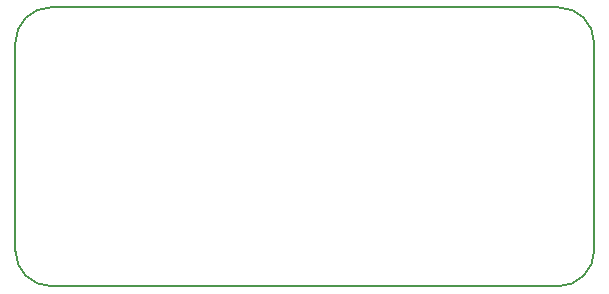
<source format=gbr>
G04 (created by PCBNEW (2013-04-19 BZR 4011)-stable) date 20/07/2014 14:52:58*
%MOIN*%
G04 Gerber Fmt 3.4, Leading zero omitted, Abs format*
%FSLAX34Y34*%
G01*
G70*
G90*
G04 APERTURE LIST*
%ADD10C,0*%
%ADD11C,0.00590551*%
G04 APERTURE END LIST*
G54D10*
G54D11*
X70472Y-45511D02*
X70472Y-38582D01*
X52362Y-46692D02*
X69291Y-46692D01*
X51181Y-38582D02*
X51181Y-45511D01*
X69291Y-37401D02*
X52362Y-37401D01*
X51181Y-45511D02*
G75*
G03X52362Y-46692I1181J0D01*
G74*
G01*
X69291Y-46692D02*
G75*
G03X70472Y-45511I0J1181D01*
G74*
G01*
X70472Y-38582D02*
G75*
G03X69291Y-37401I-1181J0D01*
G74*
G01*
X52362Y-37401D02*
G75*
G03X51181Y-38582I0J-1181D01*
G74*
G01*
M02*

</source>
